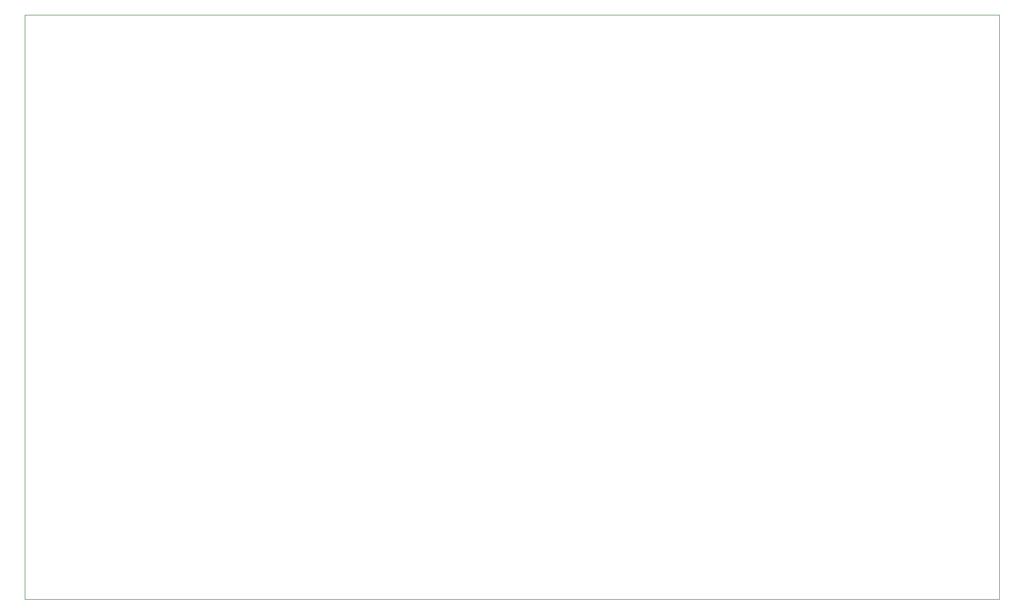
<source format=gm1>
G04 #@! TF.GenerationSoftware,KiCad,Pcbnew,8.0.4-8.0.4-0~ubuntu22.04.1*
G04 #@! TF.CreationDate,2024-07-29T10:16:42-04:00*
G04 #@! TF.ProjectId,HW_VGA,48575f56-4741-42e6-9b69-6361645f7063,1*
G04 #@! TF.SameCoordinates,Original*
G04 #@! TF.FileFunction,Profile,NP*
%FSLAX46Y46*%
G04 Gerber Fmt 4.6, Leading zero omitted, Abs format (unit mm)*
G04 Created by KiCad (PCBNEW 8.0.4-8.0.4-0~ubuntu22.04.1) date 2024-07-29 10:16:42*
%MOMM*%
%LPD*%
G01*
G04 APERTURE LIST*
G04 #@! TA.AperFunction,Profile*
%ADD10C,0.038100*%
G04 #@! TD*
G04 APERTURE END LIST*
D10*
X63500000Y-58400000D02*
X213500000Y-58400000D01*
X213500000Y-148420000D02*
X213500000Y-58400000D01*
X63500000Y-148420000D02*
X213500000Y-148420000D01*
X63500000Y-58400000D02*
X63500000Y-148420000D01*
M02*

</source>
